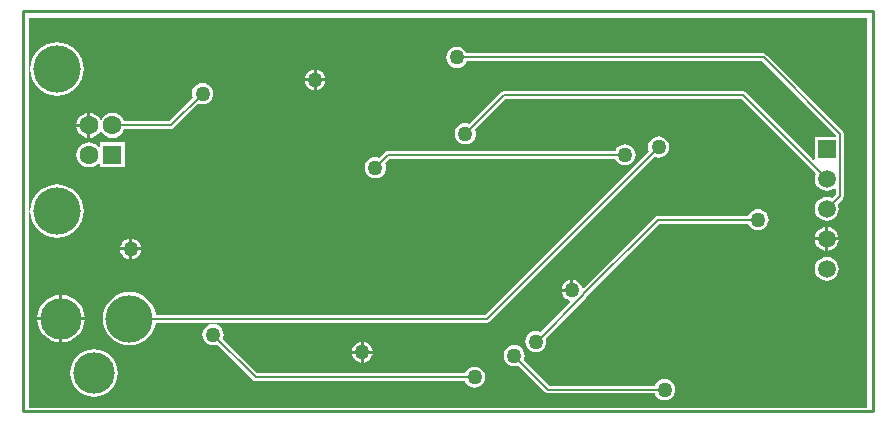
<source format=gbl>
G04 Layer_Physical_Order=2*
G04 Layer_Color=16711680*
%FSLAX44Y44*%
%MOMM*%
G71*
G01*
G75*
%ADD10C,0.1500*%
%ADD11C,0.2540*%
%ADD12C,4.0000*%
%ADD13C,1.6000*%
%ADD14R,1.6000X1.6000*%
%ADD15C,3.5000*%
%ADD16R,1.5000X1.5000*%
%ADD17C,1.5000*%
%ADD18C,1.2700*%
G36*
X1040000Y310000D02*
X330000D01*
Y476556D01*
X331270Y476619D01*
X331352Y475784D01*
X331686Y472391D01*
X332975Y468142D01*
X335068Y464227D01*
X337885Y460794D01*
X341317Y457978D01*
X345233Y455885D01*
X349482Y454596D01*
X353900Y454161D01*
X358319Y454596D01*
X362568Y455885D01*
X366483Y457978D01*
X369916Y460794D01*
X372732Y464227D01*
X374825Y468142D01*
X376114Y472391D01*
X376549Y476810D01*
X376114Y481228D01*
X374825Y485477D01*
X372732Y489393D01*
X369916Y492825D01*
X366483Y495642D01*
X362568Y497735D01*
X358319Y499024D01*
X353900Y499459D01*
X349482Y499024D01*
X345233Y497735D01*
X341317Y495642D01*
X337885Y492825D01*
X335068Y489393D01*
X332975Y485477D01*
X331686Y481228D01*
X331352Y477836D01*
X331270Y477001D01*
X330000Y477063D01*
Y596956D01*
X331270Y597019D01*
X331352Y596184D01*
X331686Y592791D01*
X332975Y588543D01*
X335068Y584627D01*
X337885Y581195D01*
X341317Y578378D01*
X345233Y576285D01*
X349482Y574996D01*
X353900Y574561D01*
X358319Y574996D01*
X362568Y576285D01*
X366483Y578378D01*
X369916Y581195D01*
X372732Y584627D01*
X374825Y588543D01*
X376114Y592791D01*
X376549Y597210D01*
X376114Y601628D01*
X374825Y605877D01*
X372732Y609793D01*
X369916Y613225D01*
X366483Y616042D01*
X362568Y618135D01*
X358319Y619424D01*
X353900Y619859D01*
X349482Y619424D01*
X345233Y618135D01*
X341317Y616042D01*
X337885Y613225D01*
X335068Y609793D01*
X332975Y605877D01*
X331686Y601628D01*
X331352Y598236D01*
X331270Y597401D01*
X330000Y597463D01*
Y640000D01*
X1040000D01*
Y310000D01*
D02*
G37*
%LPC*%
G36*
X788730Y418800D02*
X787679Y418661D01*
X785517Y417765D01*
X783660Y416340D01*
X782235Y414483D01*
X781339Y412321D01*
X781200Y411270D01*
X788730D01*
Y418800D01*
D02*
G37*
G36*
X1005840Y438117D02*
X1003219Y437772D01*
X1000777Y436760D01*
X998679Y435151D01*
X997070Y433053D01*
X996058Y430611D01*
X995713Y427990D01*
X996058Y425369D01*
X997070Y422927D01*
X998679Y420829D01*
X1000777Y419220D01*
X1003219Y418208D01*
X1005840Y417863D01*
X1008461Y418208D01*
X1010903Y419220D01*
X1013001Y420829D01*
X1014610Y422927D01*
X1015622Y425369D01*
X1015967Y427990D01*
X1015622Y430611D01*
X1014610Y433053D01*
X1013001Y435151D01*
X1010903Y436760D01*
X1008461Y437772D01*
X1005840Y438117D01*
D02*
G37*
G36*
X356100Y405932D02*
X353441Y405670D01*
X349664Y404524D01*
X346182Y402663D01*
X343131Y400159D01*
X340627Y397108D01*
X338766Y393626D01*
X337620Y389849D01*
X337358Y387190D01*
X356100D01*
Y405932D01*
D02*
G37*
G36*
X358640D02*
Y387190D01*
X377382D01*
X377120Y389849D01*
X375974Y393626D01*
X374113Y397108D01*
X371609Y400159D01*
X368557Y402663D01*
X365076Y404524D01*
X361298Y405670D01*
X358640Y405932D01*
D02*
G37*
G36*
X425249Y443730D02*
X417720D01*
Y436200D01*
X418771Y436339D01*
X420933Y437235D01*
X422790Y438660D01*
X424215Y440517D01*
X425111Y442679D01*
X425249Y443730D01*
D02*
G37*
G36*
X1004570Y452120D02*
X995881D01*
X996058Y450769D01*
X997070Y448327D01*
X998679Y446229D01*
X1000777Y444620D01*
X1003219Y443608D01*
X1004570Y443431D01*
Y452120D01*
D02*
G37*
G36*
X1015799D02*
X1007110D01*
Y443431D01*
X1008461Y443608D01*
X1010903Y444620D01*
X1013001Y446229D01*
X1014610Y448327D01*
X1015622Y450769D01*
X1015799Y452120D01*
D02*
G37*
G36*
X415180Y443730D02*
X407650D01*
X407789Y442679D01*
X408685Y440517D01*
X410109Y438660D01*
X411967Y437235D01*
X414129Y436339D01*
X415180Y436200D01*
Y443730D01*
D02*
G37*
G36*
X611230Y356230D02*
X603700D01*
X603839Y355179D01*
X604735Y353017D01*
X606160Y351160D01*
X608017Y349735D01*
X610179Y348839D01*
X611230Y348700D01*
Y356230D01*
D02*
G37*
G36*
X621300D02*
X613770D01*
Y348700D01*
X614821Y348839D01*
X616983Y349735D01*
X618840Y351160D01*
X620265Y353017D01*
X621161Y355179D01*
X621300Y356230D01*
D02*
G37*
G36*
X741172Y363551D02*
X738851Y363245D01*
X736689Y362349D01*
X734832Y360924D01*
X733407Y359067D01*
X732511Y356905D01*
X732205Y354584D01*
X732511Y352263D01*
X733407Y350101D01*
X734832Y348244D01*
X736689Y346819D01*
X738851Y345923D01*
X741172Y345617D01*
X743493Y345923D01*
X744622Y346390D01*
X767502Y323510D01*
X768590Y322783D01*
X769874Y322528D01*
X860193D01*
X860661Y321399D01*
X862086Y319542D01*
X863943Y318117D01*
X866105Y317221D01*
X868426Y316915D01*
X870747Y317221D01*
X872909Y318117D01*
X874766Y319542D01*
X876191Y321399D01*
X877087Y323561D01*
X877393Y325882D01*
X877087Y328203D01*
X876191Y330365D01*
X874766Y332222D01*
X872909Y333647D01*
X870747Y334543D01*
X868426Y334849D01*
X866105Y334543D01*
X863943Y333647D01*
X862086Y332222D01*
X860661Y330365D01*
X860193Y329236D01*
X771264D01*
X749366Y351134D01*
X749833Y352263D01*
X750139Y354584D01*
X749833Y356905D01*
X748937Y359067D01*
X747512Y360924D01*
X745655Y362349D01*
X743493Y363245D01*
X741172Y363551D01*
D02*
G37*
G36*
X385370Y360057D02*
X381441Y359670D01*
X377664Y358524D01*
X374182Y356663D01*
X371131Y354159D01*
X368627Y351108D01*
X366766Y347626D01*
X365620Y343849D01*
X365233Y339920D01*
X365620Y335992D01*
X366766Y332214D01*
X368627Y328733D01*
X371131Y325681D01*
X374182Y323177D01*
X377664Y321316D01*
X381441Y320170D01*
X385370Y319783D01*
X389298Y320170D01*
X393076Y321316D01*
X396557Y323177D01*
X399609Y325681D01*
X402113Y328733D01*
X403974Y332214D01*
X405120Y335992D01*
X405507Y339920D01*
X405120Y343849D01*
X403974Y347626D01*
X402113Y351108D01*
X399609Y354159D01*
X396557Y356663D01*
X393076Y358524D01*
X389298Y359670D01*
X385370Y360057D01*
D02*
G37*
G36*
X356100Y384650D02*
X337358D01*
X337620Y381992D01*
X338766Y378214D01*
X340627Y374733D01*
X343131Y371681D01*
X346182Y369177D01*
X349664Y367316D01*
X353441Y366170D01*
X356100Y365908D01*
Y384650D01*
D02*
G37*
G36*
X377382D02*
X358640D01*
Y365908D01*
X361298Y366170D01*
X365076Y367316D01*
X368557Y369177D01*
X371609Y371681D01*
X374113Y374733D01*
X375974Y378214D01*
X377120Y381992D01*
X377382Y384650D01*
D02*
G37*
G36*
X611230Y366300D02*
X610179Y366161D01*
X608017Y365265D01*
X606160Y363840D01*
X604735Y361983D01*
X603839Y359821D01*
X603700Y358770D01*
X611230D01*
Y366300D01*
D02*
G37*
G36*
X613770D02*
Y358770D01*
X621300D01*
X621161Y359821D01*
X620265Y361983D01*
X618840Y363840D01*
X616983Y365265D01*
X614821Y366161D01*
X613770Y366300D01*
D02*
G37*
G36*
X379730Y559973D02*
X378248Y559778D01*
X375685Y558716D01*
X373483Y557027D01*
X371793Y554825D01*
X370731Y552261D01*
X370536Y550780D01*
X379730D01*
Y559973D01*
D02*
G37*
G36*
X477266Y585293D02*
X474945Y584987D01*
X472783Y584091D01*
X470926Y582666D01*
X469501Y580809D01*
X468605Y578647D01*
X468299Y576326D01*
X468605Y574005D01*
X469072Y572876D01*
X449060Y552864D01*
X411019D01*
X410207Y554825D01*
X408517Y557027D01*
X406315Y558716D01*
X403751Y559778D01*
X401000Y560141D01*
X398248Y559778D01*
X395685Y558716D01*
X393483Y557027D01*
X391793Y554825D01*
X391635Y554443D01*
X390365D01*
X390207Y554825D01*
X388517Y557027D01*
X386315Y558716D01*
X383751Y559778D01*
X382270Y559973D01*
Y549510D01*
Y539046D01*
X383751Y539241D01*
X386315Y540303D01*
X388517Y541992D01*
X390207Y544194D01*
X390365Y544576D01*
X391635D01*
X391793Y544194D01*
X393483Y541992D01*
X395685Y540303D01*
X398248Y539241D01*
X401000Y538879D01*
X403751Y539241D01*
X406315Y540303D01*
X408517Y541992D01*
X410207Y544194D01*
X411019Y546155D01*
X450450D01*
X451733Y546411D01*
X452822Y547138D01*
X473816Y568132D01*
X474945Y567665D01*
X477266Y567359D01*
X479587Y567665D01*
X481749Y568561D01*
X483606Y569986D01*
X485031Y571843D01*
X485927Y574005D01*
X486233Y576326D01*
X485927Y578647D01*
X485031Y580809D01*
X483606Y582666D01*
X481749Y584091D01*
X479587Y584987D01*
X477266Y585293D01*
D02*
G37*
G36*
X863370Y540152D02*
X861049Y539847D01*
X858886Y538951D01*
X857029Y537526D01*
X855604Y535669D01*
X854709Y533506D01*
X854403Y531186D01*
X854709Y528865D01*
X855176Y527736D01*
X716715Y389274D01*
X437688D01*
X437584Y390339D01*
X436295Y394587D01*
X434202Y398503D01*
X431385Y401935D01*
X427953Y404752D01*
X424037Y406845D01*
X419788Y408134D01*
X415370Y408569D01*
X410951Y408134D01*
X406702Y406845D01*
X402787Y404752D01*
X399354Y401935D01*
X396538Y398503D01*
X394445Y394587D01*
X393156Y390339D01*
X392721Y385920D01*
X393156Y381501D01*
X394445Y377253D01*
X396538Y373337D01*
X399354Y369905D01*
X402787Y367088D01*
X406702Y364995D01*
X410951Y363706D01*
X415370Y363271D01*
X419788Y363706D01*
X424037Y364995D01*
X427953Y367088D01*
X431385Y369905D01*
X434202Y373337D01*
X436295Y377253D01*
X437584Y381501D01*
X437688Y382565D01*
X485806D01*
X485889Y381296D01*
X485214Y381207D01*
X483835Y381025D01*
X481673Y380129D01*
X479816Y378704D01*
X478391Y376847D01*
X477495Y374685D01*
X477189Y372364D01*
X477495Y370043D01*
X478391Y367881D01*
X479816Y366024D01*
X481673Y364599D01*
X483835Y363703D01*
X486156Y363397D01*
X488477Y363703D01*
X489606Y364170D01*
X519852Y333924D01*
X520940Y333197D01*
X522224Y332942D01*
X699411D01*
X699879Y331813D01*
X701304Y329956D01*
X703161Y328531D01*
X705323Y327635D01*
X707644Y327329D01*
X709965Y327635D01*
X712127Y328531D01*
X713984Y329956D01*
X715409Y331813D01*
X716305Y333975D01*
X716611Y336296D01*
X716305Y338617D01*
X715409Y340779D01*
X713984Y342636D01*
X712127Y344061D01*
X709965Y344957D01*
X707644Y345263D01*
X705323Y344957D01*
X703161Y344061D01*
X701304Y342636D01*
X699879Y340779D01*
X699411Y339650D01*
X523614D01*
X494350Y368914D01*
X494817Y370043D01*
X495123Y372364D01*
X494817Y374685D01*
X493921Y376847D01*
X492496Y378704D01*
X490639Y380129D01*
X488477Y381025D01*
X487098Y381207D01*
X486423Y381296D01*
X486507Y382565D01*
X718104D01*
X719388Y382821D01*
X720476Y383548D01*
X859920Y522992D01*
X861049Y522524D01*
X863370Y522219D01*
X865691Y522524D01*
X867853Y523420D01*
X869710Y524845D01*
X871135Y526702D01*
X872031Y528865D01*
X872337Y531186D01*
X872031Y533506D01*
X871135Y535669D01*
X869710Y537526D01*
X867853Y538951D01*
X865691Y539847D01*
X863370Y540152D01*
D02*
G37*
G36*
X379730Y548240D02*
X370536D01*
X370731Y546758D01*
X371793Y544194D01*
X373483Y541992D01*
X375685Y540303D01*
X378248Y539241D01*
X379730Y539046D01*
Y548240D01*
D02*
G37*
G36*
X571230Y596810D02*
X570179Y596671D01*
X568017Y595775D01*
X566160Y594350D01*
X564735Y592493D01*
X563839Y590331D01*
X563700Y589280D01*
X571230D01*
Y596810D01*
D02*
G37*
G36*
X573770D02*
Y589280D01*
X581300D01*
X581161Y590331D01*
X580265Y592493D01*
X578840Y594350D01*
X576983Y595775D01*
X574821Y596671D01*
X573770Y596810D01*
D02*
G37*
G36*
X571230Y586740D02*
X563700D01*
X563839Y585689D01*
X564735Y583527D01*
X566160Y581670D01*
X568017Y580245D01*
X570179Y579349D01*
X571230Y579211D01*
Y586740D01*
D02*
G37*
G36*
X581300D02*
X573770D01*
Y579211D01*
X574821Y579349D01*
X576983Y580245D01*
X578840Y581670D01*
X580265Y583527D01*
X581161Y585689D01*
X581300Y586740D01*
D02*
G37*
G36*
X1004570Y463349D02*
X1003219Y463172D01*
X1000777Y462160D01*
X998679Y460551D01*
X997070Y458453D01*
X996058Y456011D01*
X995881Y454660D01*
X1004570D01*
Y463349D01*
D02*
G37*
G36*
X1007110D02*
Y454660D01*
X1015799D01*
X1015622Y456011D01*
X1014610Y458453D01*
X1013001Y460551D01*
X1010903Y462160D01*
X1008461Y463172D01*
X1007110Y463349D01*
D02*
G37*
G36*
X415180Y453800D02*
X414129Y453661D01*
X411967Y452765D01*
X410109Y451340D01*
X408685Y449483D01*
X407789Y447321D01*
X407650Y446270D01*
X415180D01*
Y453800D01*
D02*
G37*
G36*
X417720D02*
Y446270D01*
X425249D01*
X425111Y447321D01*
X424215Y449483D01*
X422790Y451340D01*
X420933Y452765D01*
X418771Y453661D01*
X417720Y453800D01*
D02*
G37*
G36*
X692658Y616027D02*
X690337Y615721D01*
X688175Y614825D01*
X686318Y613400D01*
X684893Y611543D01*
X683997Y609381D01*
X683691Y607060D01*
X683997Y604739D01*
X684893Y602577D01*
X686318Y600720D01*
X688175Y599295D01*
X690337Y598399D01*
X692658Y598093D01*
X694979Y598399D01*
X697141Y599295D01*
X698998Y600720D01*
X700423Y602577D01*
X700891Y603705D01*
X950856D01*
X1013408Y541155D01*
Y539630D01*
X995800D01*
Y520770D01*
X994530Y520244D01*
X937346Y577428D01*
X936258Y578155D01*
X934974Y578410D01*
X732282D01*
X730998Y578155D01*
X729910Y577428D01*
X703220Y550738D01*
X702091Y551205D01*
X699770Y551511D01*
X697449Y551205D01*
X695287Y550309D01*
X693430Y548884D01*
X692005Y547027D01*
X691109Y544865D01*
X690803Y542544D01*
X691109Y540223D01*
X692005Y538061D01*
X693430Y536204D01*
X695287Y534779D01*
X697449Y533883D01*
X699770Y533577D01*
X702091Y533883D01*
X704253Y534779D01*
X706110Y536204D01*
X707535Y538061D01*
X708431Y540223D01*
X708737Y542544D01*
X708431Y544865D01*
X707964Y545994D01*
X733671Y571702D01*
X933585D01*
X996766Y508520D01*
X996058Y506811D01*
X995713Y504190D01*
X996058Y501569D01*
X997070Y499127D01*
X998679Y497029D01*
X1000777Y495420D01*
X1003219Y494408D01*
X1005840Y494063D01*
X1008461Y494408D01*
X1010903Y495420D01*
X1012138Y496367D01*
X1013408Y495741D01*
Y491101D01*
X1010170Y487864D01*
X1008461Y488572D01*
X1005840Y488917D01*
X1003219Y488572D01*
X1000777Y487560D01*
X998679Y485951D01*
X997070Y483853D01*
X996058Y481411D01*
X995713Y478790D01*
X996058Y476169D01*
X997070Y473727D01*
X998679Y471629D01*
X1000777Y470020D01*
X1003219Y469008D01*
X1005840Y468663D01*
X1008461Y469008D01*
X1010903Y470020D01*
X1013001Y471629D01*
X1014610Y473727D01*
X1015622Y476169D01*
X1015967Y478790D01*
X1015622Y481411D01*
X1014914Y483120D01*
X1019134Y487340D01*
X1019861Y488428D01*
X1020117Y489712D01*
Y542544D01*
X1019861Y543828D01*
X1019134Y544916D01*
X954618Y609432D01*
X953530Y610159D01*
X952246Y610415D01*
X700891D01*
X700423Y611543D01*
X698998Y613400D01*
X697141Y614825D01*
X694979Y615721D01*
X692658Y616027D01*
D02*
G37*
G36*
X834898Y533477D02*
X832577Y533171D01*
X830415Y532275D01*
X828558Y530850D01*
X827133Y528993D01*
X826665Y527864D01*
X634238D01*
X632954Y527609D01*
X631866Y526882D01*
X627020Y522036D01*
X625891Y522503D01*
X623570Y522809D01*
X621249Y522503D01*
X619087Y521607D01*
X617230Y520182D01*
X615805Y518325D01*
X614909Y516163D01*
X614603Y513842D01*
X614909Y511521D01*
X615805Y509359D01*
X617230Y507502D01*
X619087Y506077D01*
X621249Y505181D01*
X623570Y504875D01*
X625891Y505181D01*
X628053Y506077D01*
X629910Y507502D01*
X631335Y509359D01*
X632231Y511521D01*
X632537Y513842D01*
X632231Y516163D01*
X631764Y517292D01*
X635628Y521156D01*
X826665D01*
X827133Y520027D01*
X828558Y518170D01*
X830415Y516745D01*
X832577Y515849D01*
X834898Y515543D01*
X837219Y515849D01*
X839381Y516745D01*
X841238Y518170D01*
X842663Y520027D01*
X843559Y522189D01*
X843865Y524510D01*
X843559Y526831D01*
X842663Y528993D01*
X841238Y530850D01*
X839381Y532275D01*
X837219Y533171D01*
X834898Y533477D01*
D02*
G37*
G36*
X947674Y478613D02*
X945353Y478307D01*
X943191Y477411D01*
X941334Y475986D01*
X939909Y474129D01*
X939441Y473000D01*
X862584D01*
X861300Y472745D01*
X860212Y472018D01*
X799892Y411698D01*
X798689Y412106D01*
X798661Y412321D01*
X797765Y414483D01*
X796340Y416340D01*
X794483Y417765D01*
X792321Y418661D01*
X791270Y418800D01*
Y410000D01*
X790000D01*
Y408730D01*
X781200D01*
X781339Y407679D01*
X782235Y405517D01*
X783660Y403660D01*
X785517Y402235D01*
X787679Y401339D01*
X788508Y401230D01*
X788916Y400027D01*
X763401Y374512D01*
X761781Y375183D01*
X759460Y375489D01*
X757139Y375183D01*
X754977Y374287D01*
X753120Y372862D01*
X751695Y371005D01*
X750799Y368843D01*
X750493Y366522D01*
X750799Y364201D01*
X751695Y362039D01*
X753120Y360182D01*
X754977Y358757D01*
X757139Y357861D01*
X759460Y357555D01*
X761781Y357861D01*
X763943Y358757D01*
X765800Y360182D01*
X767225Y362039D01*
X768121Y364201D01*
X768427Y366522D01*
X768121Y368843D01*
X767857Y369480D01*
X802012Y403635D01*
X802739Y404723D01*
X802822Y405140D01*
X863973Y466292D01*
X939441D01*
X939909Y465163D01*
X941334Y463306D01*
X943191Y461881D01*
X945353Y460985D01*
X947674Y460679D01*
X949995Y460985D01*
X952157Y461881D01*
X954014Y463306D01*
X955439Y465163D01*
X956335Y467325D01*
X956641Y469646D01*
X956335Y471967D01*
X955439Y474129D01*
X954014Y475986D01*
X952157Y477411D01*
X949995Y478307D01*
X947674Y478613D01*
D02*
G37*
G36*
X381000Y535141D02*
X378248Y534779D01*
X375685Y533717D01*
X373483Y532027D01*
X371793Y529826D01*
X370731Y527262D01*
X370369Y524510D01*
X370731Y521758D01*
X371793Y519194D01*
X373483Y516993D01*
X375685Y515303D01*
X378248Y514241D01*
X381000Y513879D01*
X383751Y514241D01*
X386315Y515303D01*
X388517Y516993D01*
X389190Y517870D01*
X390460Y517438D01*
Y513970D01*
X411540D01*
Y535050D01*
X390460D01*
Y531582D01*
X389190Y531150D01*
X388517Y532027D01*
X386315Y533717D01*
X383751Y534779D01*
X381000Y535141D01*
D02*
G37*
%LPD*%
D10*
X623570Y513842D02*
X634238Y524510D01*
X834898D01*
X486156Y372364D02*
X522224Y336296D01*
X707644D01*
X450450Y549510D02*
X477266Y576326D01*
X401000Y549510D02*
X450450D01*
X692658Y607060D02*
X952246D01*
X1016762Y542544D01*
Y489712D02*
Y542544D01*
X1005840Y478790D02*
X1016762Y489712D01*
X699770Y542544D02*
X732282Y575056D01*
X934974D01*
X1005840Y504190D01*
X862584Y469646D02*
X947674D01*
X741172Y354584D02*
X769874Y325882D01*
X868426D01*
X718104Y385920D02*
X863370Y531186D01*
X415370Y385920D02*
X718104D01*
X799640Y406007D02*
Y406702D01*
X862584Y469646D01*
X759460Y366522D02*
X760155D01*
X799640Y406007D01*
D11*
X325120Y307340D02*
Y646430D01*
Y307340D02*
X1045210D01*
X325120Y646430D02*
X1045210D01*
Y307340D02*
Y646430D01*
D12*
X353900Y476810D02*
D03*
Y597210D02*
D03*
X415370Y385920D02*
D03*
D13*
X401000Y549510D02*
D03*
X381000D02*
D03*
Y524510D02*
D03*
D14*
X401000D02*
D03*
D15*
X385370Y339920D02*
D03*
X357370Y385920D02*
D03*
D16*
X1005840Y529590D02*
D03*
D17*
Y478790D02*
D03*
Y504190D02*
D03*
Y453390D02*
D03*
Y427990D02*
D03*
D18*
X623570Y513842D02*
D03*
X834898Y524510D02*
D03*
X486156Y372364D02*
D03*
X707644Y336296D02*
D03*
X477266Y576326D02*
D03*
X790000Y410000D02*
D03*
X692658Y607060D02*
D03*
X699770Y542544D02*
D03*
X759460Y366522D02*
D03*
X947674Y469646D02*
D03*
X741172Y354584D02*
D03*
X868426Y325882D02*
D03*
X863370Y531186D02*
D03*
X572500Y588010D02*
D03*
X416450Y445000D02*
D03*
X612500Y357500D02*
D03*
M02*

</source>
